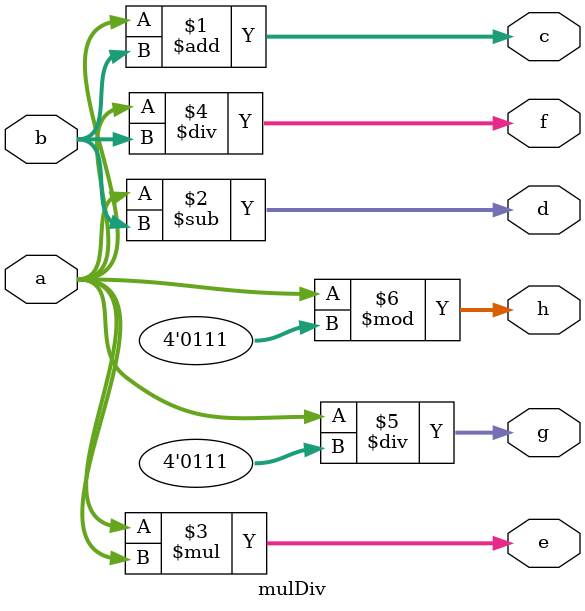
<source format=v>
module mulDiv( input [3:0] a, input [3:0] b, output [3:0] c, output [3:0] d, output [3:0] e, output [3:0] f, output [3:0] g, output [3:0] h);
assign c = a + b;
assign d = a - b;
assign e = a * a;
assign f = a / b;
assign g = a / 4'b0111;
assign h = a % 4'b0111;
endmodule


</source>
